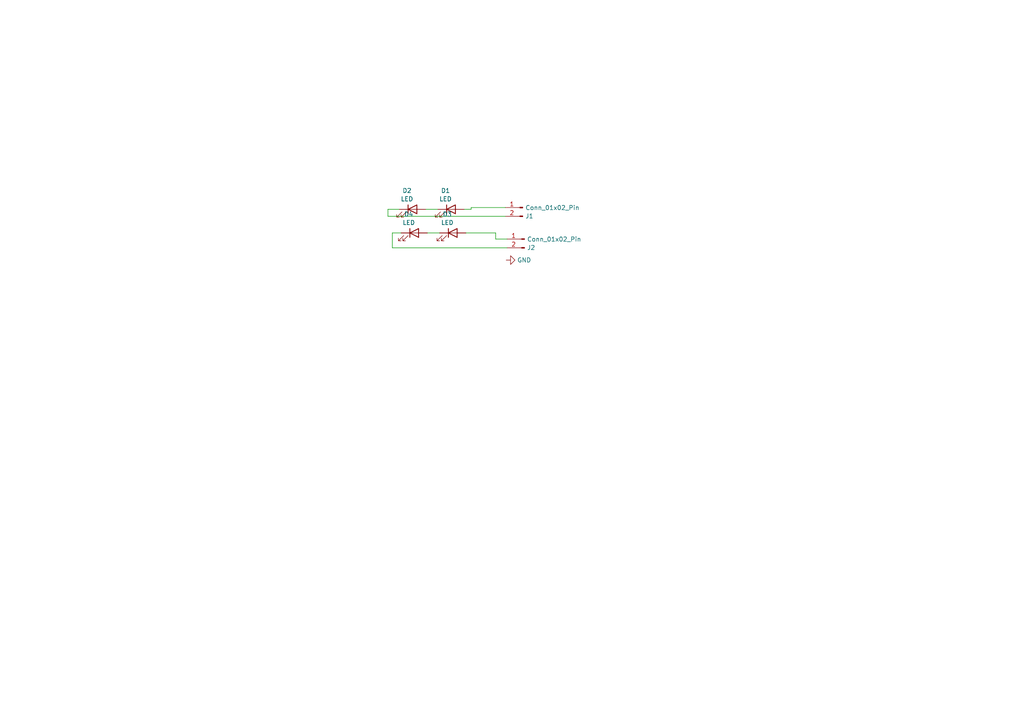
<source format=kicad_sch>
(kicad_sch (version 20230121) (generator eeschema)
  (paper "A4")
  (lib_symbols
    (symbol "Connector:Conn_01x02_Pin" (pin_names (offset 1.016) hide)
      (property "Reference" "J" (at 0 2.54 0))
      (property "Value" "Conn_01x02_Pin" (at 0 -5.08 0))
      (symbol "Conn_01x02_Pin_1_1"
        (polyline (pts (xy 1.27 -2.54) (xy 0.8636 -2.54)) (stroke (width 0.1524)))
        (polyline (pts (xy 1.27 0) (xy 0.8636 0)) (stroke (width 0.1524)))
        (rectangle (start 0.8636 -2.413) (end 0 -2.667) (stroke (width 0.1524)) (fill (type outline)))
        (rectangle (start 0.8636 0.127) (end 0 -0.127) (stroke (width 0.1524)) (fill (type outline)))
        (pin passive line (at 5.08 0 180) (length 3.81) (name "Pin_1") (number "1"))
        (pin passive line (at 5.08 -2.54 180) (length 3.81) (name "Pin_2") (number "2"))
      )
    )
    (symbol "Device:LED" (pin_numbers hide) (pin_names (offset 1.016) hide)
      (property "Reference" "D" (at 0 2.54 0))
      (property "Value" "LED" (at 0 -2.54 0))
      (symbol "LED_0_1"
        (polyline (pts (xy -1.27 -1.27) (xy -1.27 1.27)) (stroke (width 0.254)))
        (polyline (pts (xy -1.27 0) (xy 1.27 0)))
        (polyline (pts (xy 1.27 -1.27) (xy 1.27 1.27) (xy -1.27 0) (xy 1.27 -1.27)) (stroke (width 0.254)))
        (polyline (pts (xy -3.048 -0.762) (xy -4.572 -2.286) (xy -3.81 -2.286) (xy -4.572 -2.286) (xy -4.572 -1.524)))
        (polyline (pts (xy -1.778 -0.762) (xy -3.302 -2.286) (xy -2.54 -2.286) (xy -3.302 -2.286) (xy -3.302 -1.524)))
      )
      (symbol "LED_1_1"
        (pin passive line (at -3.81 0 0) (length 2.54) (name "K") (number "1"))
        (pin passive line (at 3.81 0 180) (length 2.54) (name "A") (number "2"))
      )
    )
    (symbol "power:GND" (power) (pin_names (offset 0))
      (property "Value" "GND" (at 0 -3.81 0))
      (symbol "GND_0_1"
        (polyline (pts (xy 0 0) (xy 0 -1.27) (xy 1.27 -1.27) (xy 0 -2.54) (xy -1.27 -1.27) (xy 0 -1.27)))
      )
      (symbol "GND_1_1"
        (pin power_in line (at 0 0 270) (length 0) hide (name "GND") (number "1"))
      )
    )
  )
  (wire (pts (xy 136.652 60.198) (xy 146.558 60.198)))
  (wire (pts (xy 136.652 60.706) (xy 134.62 60.706)))
  (wire (pts (xy 123.952 67.564) (xy 127.508 67.564)))
  (wire (pts (xy 123.444 60.706) (xy 127 60.706)))
  (wire (pts (xy 112.522 60.706) (xy 115.824 60.706)))
  (wire (pts (xy 147.066 71.882) (xy 113.792 71.882)))
  (wire (pts (xy 136.652 60.198) (xy 136.652 60.706)))
  (wire (pts (xy 147.066 69.342) (xy 143.764 69.342)))
  (wire (pts (xy 113.792 71.882) (xy 113.792 67.564)))
  (wire (pts (xy 113.792 67.564) (xy 116.332 67.564)))
  (wire (pts (xy 112.522 62.738) (xy 112.522 60.706)))
  (wire (pts (xy 135.128 67.564) (xy 143.764 67.564)))
  (wire (pts (xy 112.522 62.738) (xy 146.558 62.738)))
  (wire (pts (xy 143.764 67.564) (xy 143.764 69.342)))
  (symbol (lib_id "Device:LED") (at 131.318 67.564 0) (unit 1)
    (property "Reference" "D3" (at 129.7305 62.1497 0))
    (property "Value" "LED" (at 129.7305 64.5739 0))
    (property "Footprint" "LED_SMD:LED_Cree-XHP35" (effects hide))
  )
  (symbol (lib_id "Device:LED") (at 130.81 60.706 0) (unit 1)
    (property "Reference" "D1" (at 129.2225 55.2917 0))
    (property "Value" "LED" (at 129.2225 57.7159 0))
    (property "Footprint" "LED_SMD:LED_Cree-XHP35" (effects hide))
  )
  (symbol (lib_id "Connector:Conn_01x02_Pin") (at 152.146 69.342 0) (mirror y) (unit 1)
    (property "Reference" "J2" (at 152.8572 71.8241 0) (effects (justify right)))
    (property "Value" "Conn_01x02_Pin" (at 152.8572 69.3999 0) (effects (justify right)))
    (property "Footprint" "Connector_JST:JST_XH_B2B-XH-A_1x02_P2.50mm_Vertical" (effects hide))
  )
  (symbol (lib_id "Device:LED") (at 119.634 60.706 0) (unit 1)
    (property "Reference" "D2" (at 118.0465 55.2917 0))
    (property "Value" "LED" (at 118.0465 57.7159 0))
    (property "Footprint" "LED_SMD:LED_Cree-XHP35" (effects hide))
  )
  (symbol (lib_id "power:GND") (at 146.812 75.438 90) (unit 1)
    (property "Reference" "#PWR02" (effects hide))
    (property "Value" "GND" (at 149.987 75.438 90) (effects (justify right)))
  )
  (symbol (lib_id "Connector:Conn_01x02_Pin") (at 151.638 60.198 0) (mirror y) (unit 1)
    (property "Reference" "J1" (at 152.3492 62.6801 0) (effects (justify right)))
    (property "Value" "Conn_01x02_Pin" (at 152.3492 60.2559 0) (effects (justify right)))
    (property "Footprint" "Connector_JST:JST_XH_B2B-XH-A_1x02_P2.50mm_Vertical" (effects hide))
  )
  (symbol (lib_id "Device:LED") (at 120.142 67.564 0) (unit 1)
    (property "Reference" "D4" (at 118.5545 62.1497 0))
    (property "Value" "LED" (at 118.5545 64.5739 0))
    (property "Footprint" "LED_SMD:LED_Cree-XHP35" (effects hide))
  )
)
</source>
